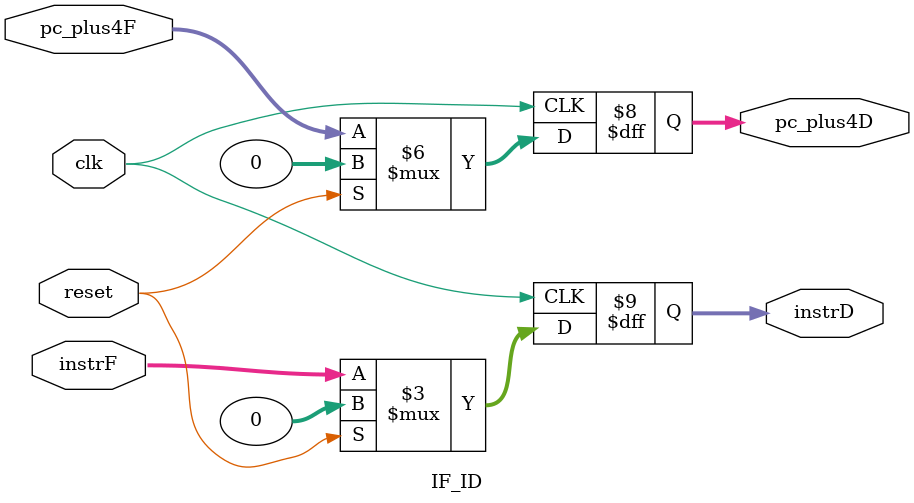
<source format=v>
module IF_ID (
    input  wire        clk,
    input  wire        reset,       // active-high synchronous reset
    input  wire [31:0] pc_plus4F,   // PC+4 from fetch stage
    input  wire [31:0] instrF,      // instruction fetched
    output reg  [31:0] pc_plus4D,   // forwarded to decode
    output reg  [31:0] instrD       // forwarded to decode
);

    always @(posedge clk) begin
        if (reset) begin
            pc_plus4D <= 32'b0;
            instrD    <= 32'b0;
        end else begin
            pc_plus4D <= pc_plus4F;
            instrD    <= instrF;
        end
    end

endmodule

</source>
